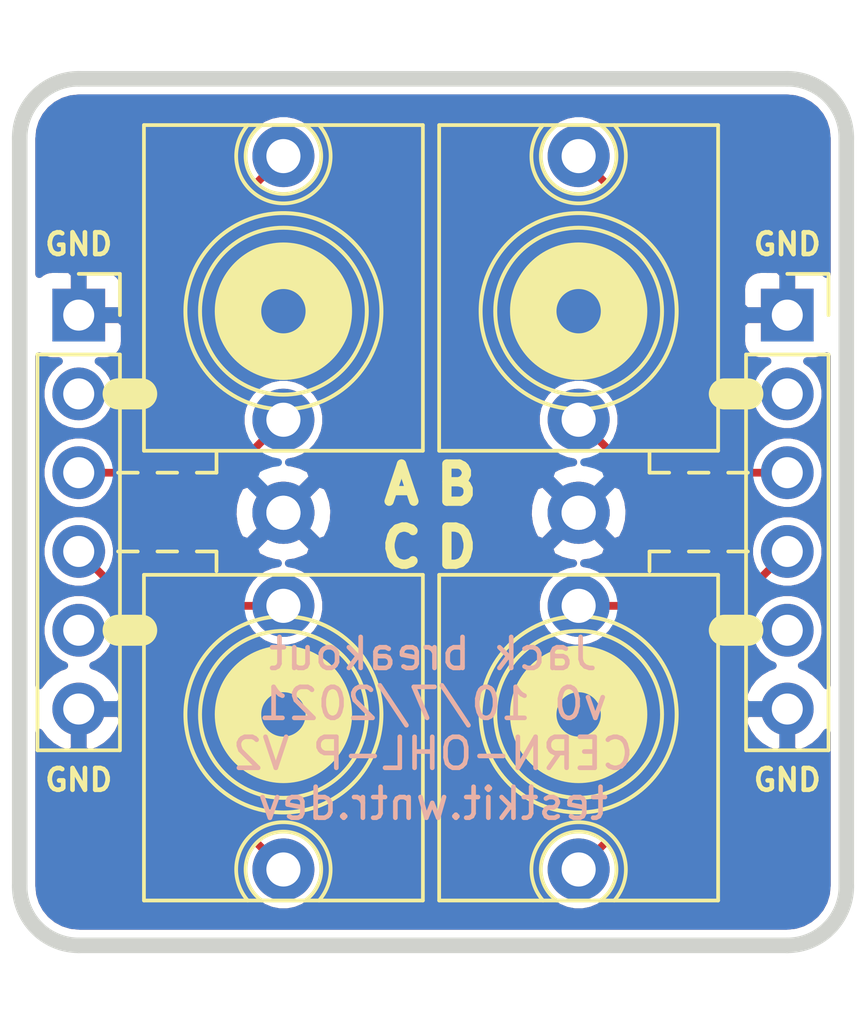
<source format=kicad_pcb>
(kicad_pcb (version 20171130) (host pcbnew "(5.1.10-1-10_14)")

  (general
    (thickness 1.6)
    (drawings 33)
    (tracks 24)
    (zones 0)
    (modules 6)
    (nets 10)
  )

  (page USLetter)
  (title_block
    (title "Project name")
    (date 2021-09-17)
    (rev v0)
    (company Winterbloom)
    (comment 1 "CERN OHL-P V2")
    (comment 2 project.wntr.dev)
  )

  (layers
    (0 F.Cu signal)
    (31 B.Cu signal)
    (34 B.Paste user)
    (35 F.Paste user)
    (36 B.SilkS user)
    (37 F.SilkS user)
    (38 B.Mask user)
    (39 F.Mask user)
    (40 Dwgs.User user)
    (41 Cmts.User user)
    (42 Eco1.User user)
    (43 Eco2.User user)
    (44 Edge.Cuts user)
    (45 Margin user)
    (46 B.CrtYd user)
    (47 F.CrtYd user)
    (48 B.Fab user)
    (49 F.Fab user hide)
  )

  (setup
    (last_trace_width 0.16)
    (user_trace_width 0.17)
    (user_trace_width 0.2)
    (user_trace_width 0.25)
    (user_trace_width 0.4)
    (user_trace_width 0.5)
    (trace_clearance 0.17)
    (zone_clearance 0.254)
    (zone_45_only no)
    (trace_min 0.15)
    (via_size 0.7)
    (via_drill 0.3)
    (via_min_size 0.5)
    (via_min_drill 0.3)
    (uvia_size 0.7)
    (uvia_drill 0.3)
    (uvias_allowed no)
    (uvia_min_size 0.5)
    (uvia_min_drill 0.3)
    (edge_width 0.5)
    (segment_width 0.2)
    (pcb_text_width 0.2)
    (pcb_text_size 1 1)
    (mod_edge_width 0.12)
    (mod_text_size 0.7 0.7)
    (mod_text_width 0.15)
    (pad_size 1.524 1.524)
    (pad_drill 0.762)
    (pad_to_mask_clearance 0.0508)
    (aux_axis_origin 0 0)
    (grid_origin 101.6 101.6)
    (visible_elements FFFFFF7F)
    (pcbplotparams
      (layerselection 0x010fc_ffffffff)
      (usegerberextensions false)
      (usegerberattributes false)
      (usegerberadvancedattributes true)
      (creategerberjobfile true)
      (excludeedgelayer true)
      (linewidth 0.100000)
      (plotframeref false)
      (viasonmask false)
      (mode 1)
      (useauxorigin false)
      (hpglpennumber 1)
      (hpglpenspeed 20)
      (hpglpendiameter 15.000000)
      (psnegative false)
      (psa4output false)
      (plotreference true)
      (plotvalue true)
      (plotinvisibletext false)
      (padsonsilk false)
      (subtractmaskfromsilk false)
      (outputformat 1)
      (mirror false)
      (drillshape 0)
      (scaleselection 1)
      (outputdirectory "gerbers"))
  )

  (net 0 "")
  (net 1 GND)
  (net 2 "Net-(J1-Pad5)")
  (net 3 "Net-(J1-Pad4)")
  (net 4 "Net-(J1-Pad3)")
  (net 5 "Net-(J1-Pad2)")
  (net 6 "Net-(J3-PadT)")
  (net 7 "Net-(J3-PadTN)")
  (net 8 "Net-(J5-PadT)")
  (net 9 "Net-(J5-PadTN)")

  (net_class Default "This is the default net class."
    (clearance 0.17)
    (trace_width 0.16)
    (via_dia 0.7)
    (via_drill 0.3)
    (uvia_dia 0.7)
    (uvia_drill 0.3)
    (diff_pair_width 0.17)
    (diff_pair_gap 0.17)
    (add_net GND)
    (add_net "Net-(J1-Pad2)")
    (add_net "Net-(J1-Pad3)")
    (add_net "Net-(J1-Pad4)")
    (add_net "Net-(J1-Pad5)")
    (add_net "Net-(J3-PadT)")
    (add_net "Net-(J3-PadTN)")
    (add_net "Net-(J5-PadT)")
    (add_net "Net-(J5-PadTN)")
  )

  (net_class 12V ""
    (clearance 0.3)
    (trace_width 0.4)
    (via_dia 0.8)
    (via_drill 0.5)
    (uvia_dia 0.7)
    (uvia_drill 0.3)
    (diff_pair_width 0.17)
    (diff_pair_gap 0.17)
  )

  (net_class 3.3V ""
    (clearance 0.2)
    (trace_width 0.25)
    (via_dia 0.7)
    (via_drill 0.3)
    (uvia_dia 0.7)
    (uvia_drill 0.3)
    (diff_pair_width 0.17)
    (diff_pair_gap 0.17)
  )

  (net_class "Absolute minimum" ""
    (clearance 0.15)
    (trace_width 0.15)
    (via_dia 0.7)
    (via_drill 0.3)
    (uvia_dia 0.7)
    (uvia_drill 0.3)
    (diff_pair_width 0.15)
    (diff_pair_gap 0.15)
  )

  (net_class Analog ""
    (clearance 0.2)
    (trace_width 0.2)
    (via_dia 0.7)
    (via_drill 0.3)
    (uvia_dia 0.7)
    (uvia_drill 0.3)
    (diff_pair_width 0.17)
    (diff_pair_gap 0.17)
  )

  (module Connector_PinSocket_2.54mm:PinSocket_1x06_P2.54mm_Vertical (layer F.Cu) (tedit 5A19A430) (tstamp 615F4D4B)
    (at 124.46 101.6)
    (descr "Through hole straight socket strip, 1x06, 2.54mm pitch, single row (from Kicad 4.0.7), script generated")
    (tags "Through hole socket strip THT 1x06 2.54mm single row")
    (path /615F645B)
    (fp_text reference J6 (at 0 -2.77) (layer F.SilkS) hide
      (effects (font (size 1 1) (thickness 0.15)))
    )
    (fp_text value Right (at 0 15.47) (layer F.Fab)
      (effects (font (size 1 1) (thickness 0.15)))
    )
    (fp_line (start -1.8 14.45) (end -1.8 -1.8) (layer F.CrtYd) (width 0.05))
    (fp_line (start 1.75 14.45) (end -1.8 14.45) (layer F.CrtYd) (width 0.05))
    (fp_line (start 1.75 -1.8) (end 1.75 14.45) (layer F.CrtYd) (width 0.05))
    (fp_line (start -1.8 -1.8) (end 1.75 -1.8) (layer F.CrtYd) (width 0.05))
    (fp_line (start 0 -1.33) (end 1.33 -1.33) (layer F.SilkS) (width 0.12))
    (fp_line (start 1.33 -1.33) (end 1.33 0) (layer F.SilkS) (width 0.12))
    (fp_line (start 1.33 1.27) (end 1.33 14.03) (layer F.SilkS) (width 0.12))
    (fp_line (start -1.33 14.03) (end 1.33 14.03) (layer F.SilkS) (width 0.12))
    (fp_line (start -1.33 1.27) (end -1.33 14.03) (layer F.SilkS) (width 0.12))
    (fp_line (start -1.33 1.27) (end 1.33 1.27) (layer F.SilkS) (width 0.12))
    (fp_line (start -1.27 13.97) (end -1.27 -1.27) (layer F.Fab) (width 0.1))
    (fp_line (start 1.27 13.97) (end -1.27 13.97) (layer F.Fab) (width 0.1))
    (fp_line (start 1.27 -0.635) (end 1.27 13.97) (layer F.Fab) (width 0.1))
    (fp_line (start 0.635 -1.27) (end 1.27 -0.635) (layer F.Fab) (width 0.1))
    (fp_line (start -1.27 -1.27) (end 0.635 -1.27) (layer F.Fab) (width 0.1))
    (fp_text user %R (at 0 6.35 90) (layer F.Fab)
      (effects (font (size 1 1) (thickness 0.15)))
    )
    (pad 6 thru_hole oval (at 0 12.7) (size 1.7 1.7) (drill 1) (layers *.Cu *.Mask)
      (net 1 GND))
    (pad 5 thru_hole oval (at 0 10.16) (size 1.7 1.7) (drill 1) (layers *.Cu *.Mask)
      (net 8 "Net-(J5-PadT)"))
    (pad 4 thru_hole oval (at 0 7.62) (size 1.7 1.7) (drill 1) (layers *.Cu *.Mask)
      (net 9 "Net-(J5-PadTN)"))
    (pad 3 thru_hole oval (at 0 5.08) (size 1.7 1.7) (drill 1) (layers *.Cu *.Mask)
      (net 7 "Net-(J3-PadTN)"))
    (pad 2 thru_hole oval (at 0 2.54) (size 1.7 1.7) (drill 1) (layers *.Cu *.Mask)
      (net 6 "Net-(J3-PadT)"))
    (pad 1 thru_hole rect (at 0 0) (size 1.7 1.7) (drill 1) (layers *.Cu *.Mask)
      (net 1 GND))
    (model ${KISYS3DMOD}/Connector_PinSocket_2.54mm.3dshapes/PinSocket_1x06_P2.54mm_Vertical.wrl
      (at (xyz 0 0 0))
      (scale (xyz 1 1 1))
      (rotate (xyz 0 0 0))
    )
  )

  (module winterbloom:WQP-WQP518MA (layer F.Cu) (tedit 60275083) (tstamp 615F4D31)
    (at 117.729 114.473 180)
    (path /615F1662)
    (fp_text reference J5 (at -4.46 3.9) (layer F.Fab) hide
      (effects (font (size 0.7 0.7) (thickness 0.15)) (justify right))
    )
    (fp_text value D (at 3.937 5.38 180) (layer F.SilkS)
      (effects (font (size 1.2 1.2) (thickness 0.3)))
    )
    (fp_circle (center 0 0) (end 0.715017 0) (layer F.SilkS) (width 1.5))
    (fp_line (start -4.5 4.5) (end -4.5 -6) (layer F.SilkS) (width 0.12))
    (fp_line (start 4.5 4.5) (end -4.5 4.5) (layer F.SilkS) (width 0.12))
    (fp_line (start 4.5 -6) (end 4.5 4.5) (layer F.SilkS) (width 0.12))
    (fp_line (start -4.5 -6) (end 4.5 -6) (layer F.SilkS) (width 0.12))
    (fp_line (start 0.2 1.4) (end 1.4 0.2) (layer Dwgs.User) (width 0.12))
    (fp_line (start -0.25 1.35) (end 1.35 -0.25) (layer Dwgs.User) (width 0.12))
    (fp_line (start -0.65 1.25) (end 1.2 -0.6) (layer Dwgs.User) (width 0.12))
    (fp_line (start -0.95 1.05) (end 1 -0.9) (layer Dwgs.User) (width 0.12))
    (fp_line (start -1.15 0.75) (end 0.75 -1.15) (layer Dwgs.User) (width 0.12))
    (fp_circle (center 0 0) (end 2.69072 0) (layer F.SilkS) (width 0.127))
    (fp_circle (center 0 0) (end 3.16228 0) (layer F.SilkS) (width 0.127))
    (fp_line (start 4.5 4.5) (end 4.5 -6) (layer F.CrtYd) (width 0.127))
    (fp_line (start 0.2 4.5) (end 4.5 4.5) (layer F.CrtYd) (width 0.127))
    (fp_line (start -4.5 4.5) (end 0.2 4.5) (layer F.CrtYd) (width 0.127))
    (fp_line (start -4.5 -6) (end -4.5 4.5) (layer F.CrtYd) (width 0.127))
    (fp_line (start 1.5 -6) (end 4.5 -6) (layer F.CrtYd) (width 0.127))
    (fp_line (start -1.5 -6) (end 1.5 -6) (layer F.CrtYd) (width 0.127))
    (fp_line (start -4.5 -6) (end -1.5 -6) (layer F.CrtYd) (width 0.127))
    (fp_circle (center 0 0) (end 1 1) (layer Dwgs.User) (width 0.12))
    (fp_line (start 0 -1.4) (end -1.4 0) (layer Dwgs.User) (width 0.12))
    (fp_line (start 0.4 -1.3) (end -1.3 0.4) (layer Dwgs.User) (width 0.12))
    (fp_arc (start 0 -5) (end -0.699999 -5.999999) (angle -290.0159596) (layer F.SilkS) (width 0.12))
    (fp_arc (start 0 -5) (end -1.149999 -5.999999) (angle -262.0181738) (layer F.SilkS) (width 0.12))
    (pad T thru_hole circle (at 0 -5 180) (size 2 2) (drill 1.1) (layers *.Cu *.Mask)
      (net 8 "Net-(J5-PadT)"))
    (pad TN thru_hole circle (at 0 3.5 180) (size 2 2) (drill 1.1) (layers *.Cu *.Mask)
      (net 9 "Net-(J5-PadTN)"))
    (pad S thru_hole circle (at 0 6.5 180) (size 2 2) (drill 1.1) (layers *.Cu *.Mask)
      (net 1 GND))
    (model ${WINTERBLOOM3DMOD}/WQP-WQP518MA.step
      (offset (xyz 0 0.75 0))
      (scale (xyz 1 1 1))
      (rotate (xyz 0 0 0))
    )
  )

  (module winterbloom:WQP-WQP518MA (layer F.Cu) (tedit 60275083) (tstamp 615F4D12)
    (at 108.204 114.473 180)
    (path /615F159F)
    (fp_text reference J4 (at -4.46 3.9) (layer F.Fab) hide
      (effects (font (size 0.7 0.7) (thickness 0.15)) (justify right))
    )
    (fp_text value C (at -3.81 5.38 180) (layer F.SilkS)
      (effects (font (size 1.2 1.2) (thickness 0.3)))
    )
    (fp_circle (center 0 0) (end 0.715017 0) (layer F.SilkS) (width 1.5))
    (fp_line (start -4.5 4.5) (end -4.5 -6) (layer F.SilkS) (width 0.12))
    (fp_line (start 4.5 4.5) (end -4.5 4.5) (layer F.SilkS) (width 0.12))
    (fp_line (start 4.5 -6) (end 4.5 4.5) (layer F.SilkS) (width 0.12))
    (fp_line (start -4.5 -6) (end 4.5 -6) (layer F.SilkS) (width 0.12))
    (fp_line (start 0.2 1.4) (end 1.4 0.2) (layer Dwgs.User) (width 0.12))
    (fp_line (start -0.25 1.35) (end 1.35 -0.25) (layer Dwgs.User) (width 0.12))
    (fp_line (start -0.65 1.25) (end 1.2 -0.6) (layer Dwgs.User) (width 0.12))
    (fp_line (start -0.95 1.05) (end 1 -0.9) (layer Dwgs.User) (width 0.12))
    (fp_line (start -1.15 0.75) (end 0.75 -1.15) (layer Dwgs.User) (width 0.12))
    (fp_circle (center 0 0) (end 2.69072 0) (layer F.SilkS) (width 0.127))
    (fp_circle (center 0 0) (end 3.16228 0) (layer F.SilkS) (width 0.127))
    (fp_line (start 4.5 4.5) (end 4.5 -6) (layer F.CrtYd) (width 0.127))
    (fp_line (start 0.2 4.5) (end 4.5 4.5) (layer F.CrtYd) (width 0.127))
    (fp_line (start -4.5 4.5) (end 0.2 4.5) (layer F.CrtYd) (width 0.127))
    (fp_line (start -4.5 -6) (end -4.5 4.5) (layer F.CrtYd) (width 0.127))
    (fp_line (start 1.5 -6) (end 4.5 -6) (layer F.CrtYd) (width 0.127))
    (fp_line (start -1.5 -6) (end 1.5 -6) (layer F.CrtYd) (width 0.127))
    (fp_line (start -4.5 -6) (end -1.5 -6) (layer F.CrtYd) (width 0.127))
    (fp_circle (center 0 0) (end 1 1) (layer Dwgs.User) (width 0.12))
    (fp_line (start 0 -1.4) (end -1.4 0) (layer Dwgs.User) (width 0.12))
    (fp_line (start 0.4 -1.3) (end -1.3 0.4) (layer Dwgs.User) (width 0.12))
    (fp_arc (start 0 -5) (end -0.699999 -5.999999) (angle -290.0159596) (layer F.SilkS) (width 0.12))
    (fp_arc (start 0 -5) (end -1.149999 -5.999999) (angle -262.0181738) (layer F.SilkS) (width 0.12))
    (pad T thru_hole circle (at 0 -5 180) (size 2 2) (drill 1.1) (layers *.Cu *.Mask)
      (net 2 "Net-(J1-Pad5)"))
    (pad TN thru_hole circle (at 0 3.5 180) (size 2 2) (drill 1.1) (layers *.Cu *.Mask)
      (net 3 "Net-(J1-Pad4)"))
    (pad S thru_hole circle (at 0 6.5 180) (size 2 2) (drill 1.1) (layers *.Cu *.Mask)
      (net 1 GND))
    (model ${WINTERBLOOM3DMOD}/WQP-WQP518MA.step
      (offset (xyz 0 0.75 0))
      (scale (xyz 1 1 1))
      (rotate (xyz 0 0 0))
    )
  )

  (module winterbloom:WQP-WQP518MA (layer F.Cu) (tedit 60275083) (tstamp 615F4CF3)
    (at 117.729 101.473)
    (path /615F14C4)
    (fp_text reference J3 (at -4.46 3.9) (layer F.Fab) hide
      (effects (font (size 0.7 0.7) (thickness 0.15)) (justify left))
    )
    (fp_text value B (at -3.937 5.588 180) (layer F.SilkS)
      (effects (font (size 1.2 1.2) (thickness 0.3)))
    )
    (fp_circle (center 0 0) (end 0.715017 0) (layer F.SilkS) (width 1.5))
    (fp_line (start -4.5 4.5) (end -4.5 -6) (layer F.SilkS) (width 0.12))
    (fp_line (start 4.5 4.5) (end -4.5 4.5) (layer F.SilkS) (width 0.12))
    (fp_line (start 4.5 -6) (end 4.5 4.5) (layer F.SilkS) (width 0.12))
    (fp_line (start -4.5 -6) (end 4.5 -6) (layer F.SilkS) (width 0.12))
    (fp_line (start 0.2 1.4) (end 1.4 0.2) (layer Dwgs.User) (width 0.12))
    (fp_line (start -0.25 1.35) (end 1.35 -0.25) (layer Dwgs.User) (width 0.12))
    (fp_line (start -0.65 1.25) (end 1.2 -0.6) (layer Dwgs.User) (width 0.12))
    (fp_line (start -0.95 1.05) (end 1 -0.9) (layer Dwgs.User) (width 0.12))
    (fp_line (start -1.15 0.75) (end 0.75 -1.15) (layer Dwgs.User) (width 0.12))
    (fp_circle (center 0 0) (end 2.69072 0) (layer F.SilkS) (width 0.127))
    (fp_circle (center 0 0) (end 3.16228 0) (layer F.SilkS) (width 0.127))
    (fp_line (start 4.5 4.5) (end 4.5 -6) (layer F.CrtYd) (width 0.127))
    (fp_line (start 0.2 4.5) (end 4.5 4.5) (layer F.CrtYd) (width 0.127))
    (fp_line (start -4.5 4.5) (end 0.2 4.5) (layer F.CrtYd) (width 0.127))
    (fp_line (start -4.5 -6) (end -4.5 4.5) (layer F.CrtYd) (width 0.127))
    (fp_line (start 1.5 -6) (end 4.5 -6) (layer F.CrtYd) (width 0.127))
    (fp_line (start -1.5 -6) (end 1.5 -6) (layer F.CrtYd) (width 0.127))
    (fp_line (start -4.5 -6) (end -1.5 -6) (layer F.CrtYd) (width 0.127))
    (fp_circle (center 0 0) (end 1 1) (layer Dwgs.User) (width 0.12))
    (fp_line (start 0 -1.4) (end -1.4 0) (layer Dwgs.User) (width 0.12))
    (fp_line (start 0.4 -1.3) (end -1.3 0.4) (layer Dwgs.User) (width 0.12))
    (fp_arc (start 0 -5) (end -0.699999 -5.999999) (angle -290.0159596) (layer F.SilkS) (width 0.12))
    (fp_arc (start 0 -5) (end -1.149999 -5.999999) (angle -262.0181738) (layer F.SilkS) (width 0.12))
    (pad T thru_hole circle (at 0 -5) (size 2 2) (drill 1.1) (layers *.Cu *.Mask)
      (net 6 "Net-(J3-PadT)"))
    (pad TN thru_hole circle (at 0 3.5) (size 2 2) (drill 1.1) (layers *.Cu *.Mask)
      (net 7 "Net-(J3-PadTN)"))
    (pad S thru_hole circle (at 0 6.5) (size 2 2) (drill 1.1) (layers *.Cu *.Mask)
      (net 1 GND))
    (model ${WINTERBLOOM3DMOD}/WQP-WQP518MA.step
      (offset (xyz 0 0.75 0))
      (scale (xyz 1 1 1))
      (rotate (xyz 0 0 0))
    )
  )

  (module winterbloom:WQP-WQP518MA (layer F.Cu) (tedit 60275083) (tstamp 615F5014)
    (at 108.204 101.473)
    (path /615EFEE4)
    (fp_text reference J2 (at -4.46 3.9) (layer F.Fab) hide
      (effects (font (size 0.7 0.7) (thickness 0.15)) (justify left))
    )
    (fp_text value A (at 3.81 5.588 180) (layer F.SilkS)
      (effects (font (size 1.2 1.2) (thickness 0.3)))
    )
    (fp_circle (center 0 0) (end 0.715017 0) (layer F.SilkS) (width 1.5))
    (fp_line (start -4.5 4.5) (end -4.5 -6) (layer F.SilkS) (width 0.12))
    (fp_line (start 4.5 4.5) (end -4.5 4.5) (layer F.SilkS) (width 0.12))
    (fp_line (start 4.5 -6) (end 4.5 4.5) (layer F.SilkS) (width 0.12))
    (fp_line (start -4.5 -6) (end 4.5 -6) (layer F.SilkS) (width 0.12))
    (fp_line (start 0.2 1.4) (end 1.4 0.2) (layer Dwgs.User) (width 0.12))
    (fp_line (start -0.25 1.35) (end 1.35 -0.25) (layer Dwgs.User) (width 0.12))
    (fp_line (start -0.65 1.25) (end 1.2 -0.6) (layer Dwgs.User) (width 0.12))
    (fp_line (start -0.95 1.05) (end 1 -0.9) (layer Dwgs.User) (width 0.12))
    (fp_line (start -1.15 0.75) (end 0.75 -1.15) (layer Dwgs.User) (width 0.12))
    (fp_circle (center 0 0) (end 2.69072 0) (layer F.SilkS) (width 0.127))
    (fp_circle (center 0 0) (end 3.16228 0) (layer F.SilkS) (width 0.127))
    (fp_line (start 4.5 4.5) (end 4.5 -6) (layer F.CrtYd) (width 0.127))
    (fp_line (start 0.2 4.5) (end 4.5 4.5) (layer F.CrtYd) (width 0.127))
    (fp_line (start -4.5 4.5) (end 0.2 4.5) (layer F.CrtYd) (width 0.127))
    (fp_line (start -4.5 -6) (end -4.5 4.5) (layer F.CrtYd) (width 0.127))
    (fp_line (start 1.5 -6) (end 4.5 -6) (layer F.CrtYd) (width 0.127))
    (fp_line (start -1.5 -6) (end 1.5 -6) (layer F.CrtYd) (width 0.127))
    (fp_line (start -4.5 -6) (end -1.5 -6) (layer F.CrtYd) (width 0.127))
    (fp_circle (center 0 0) (end 1 1) (layer Dwgs.User) (width 0.12))
    (fp_line (start 0 -1.4) (end -1.4 0) (layer Dwgs.User) (width 0.12))
    (fp_line (start 0.4 -1.3) (end -1.3 0.4) (layer Dwgs.User) (width 0.12))
    (fp_arc (start 0 -5) (end -0.699999 -5.999999) (angle -290.0159596) (layer F.SilkS) (width 0.12))
    (fp_arc (start 0 -5) (end -1.149999 -5.999999) (angle -262.0181738) (layer F.SilkS) (width 0.12))
    (pad T thru_hole circle (at 0 -5) (size 2 2) (drill 1.1) (layers *.Cu *.Mask)
      (net 5 "Net-(J1-Pad2)"))
    (pad TN thru_hole circle (at 0 3.5) (size 2 2) (drill 1.1) (layers *.Cu *.Mask)
      (net 4 "Net-(J1-Pad3)"))
    (pad S thru_hole circle (at 0 6.5) (size 2 2) (drill 1.1) (layers *.Cu *.Mask)
      (net 1 GND))
    (model ${WINTERBLOOM3DMOD}/WQP-WQP518MA.step
      (offset (xyz 0 0.75 0))
      (scale (xyz 1 1 1))
      (rotate (xyz 0 0 0))
    )
  )

  (module Connector_PinSocket_2.54mm:PinSocket_1x06_P2.54mm_Vertical (layer F.Cu) (tedit 5A19A430) (tstamp 615F4CB5)
    (at 101.6 101.6)
    (descr "Through hole straight socket strip, 1x06, 2.54mm pitch, single row (from Kicad 4.0.7), script generated")
    (tags "Through hole socket strip THT 1x06 2.54mm single row")
    (path /615F1FEC)
    (fp_text reference J1 (at 0 -2.77) (layer F.SilkS) hide
      (effects (font (size 1 1) (thickness 0.15)))
    )
    (fp_text value Left (at 0 15.47) (layer F.Fab)
      (effects (font (size 1 1) (thickness 0.15)))
    )
    (fp_line (start -1.8 14.45) (end -1.8 -1.8) (layer F.CrtYd) (width 0.05))
    (fp_line (start 1.75 14.45) (end -1.8 14.45) (layer F.CrtYd) (width 0.05))
    (fp_line (start 1.75 -1.8) (end 1.75 14.45) (layer F.CrtYd) (width 0.05))
    (fp_line (start -1.8 -1.8) (end 1.75 -1.8) (layer F.CrtYd) (width 0.05))
    (fp_line (start 0 -1.33) (end 1.33 -1.33) (layer F.SilkS) (width 0.12))
    (fp_line (start 1.33 -1.33) (end 1.33 0) (layer F.SilkS) (width 0.12))
    (fp_line (start 1.33 1.27) (end 1.33 14.03) (layer F.SilkS) (width 0.12))
    (fp_line (start -1.33 14.03) (end 1.33 14.03) (layer F.SilkS) (width 0.12))
    (fp_line (start -1.33 1.27) (end -1.33 14.03) (layer F.SilkS) (width 0.12))
    (fp_line (start -1.33 1.27) (end 1.33 1.27) (layer F.SilkS) (width 0.12))
    (fp_line (start -1.27 13.97) (end -1.27 -1.27) (layer F.Fab) (width 0.1))
    (fp_line (start 1.27 13.97) (end -1.27 13.97) (layer F.Fab) (width 0.1))
    (fp_line (start 1.27 -0.635) (end 1.27 13.97) (layer F.Fab) (width 0.1))
    (fp_line (start 0.635 -1.27) (end 1.27 -0.635) (layer F.Fab) (width 0.1))
    (fp_line (start -1.27 -1.27) (end 0.635 -1.27) (layer F.Fab) (width 0.1))
    (fp_text user %R (at 0 6.35 90) (layer F.Fab)
      (effects (font (size 1 1) (thickness 0.15)))
    )
    (pad 6 thru_hole oval (at 0 12.7) (size 1.7 1.7) (drill 1) (layers *.Cu *.Mask)
      (net 1 GND))
    (pad 5 thru_hole oval (at 0 10.16) (size 1.7 1.7) (drill 1) (layers *.Cu *.Mask)
      (net 2 "Net-(J1-Pad5)"))
    (pad 4 thru_hole oval (at 0 7.62) (size 1.7 1.7) (drill 1) (layers *.Cu *.Mask)
      (net 3 "Net-(J1-Pad4)"))
    (pad 3 thru_hole oval (at 0 5.08) (size 1.7 1.7) (drill 1) (layers *.Cu *.Mask)
      (net 4 "Net-(J1-Pad3)"))
    (pad 2 thru_hole oval (at 0 2.54) (size 1.7 1.7) (drill 1) (layers *.Cu *.Mask)
      (net 5 "Net-(J1-Pad2)"))
    (pad 1 thru_hole rect (at 0 0) (size 1.7 1.7) (drill 1) (layers *.Cu *.Mask)
      (net 1 GND))
    (model ${KISYS3DMOD}/Connector_PinSocket_2.54mm.3dshapes/PinSocket_1x06_P2.54mm_Vertical.wrl
      (at (xyz 0 0 0))
      (scale (xyz 1 1 1))
      (rotate (xyz 0 0 0))
    )
  )

  (gr_text "Jack breakout\nv0 10/7/2021\nCERN-OHL-P V2\ntestkit.wntr.dev" (at 113.03 114.935) (layer B.SilkS)
    (effects (font (size 1 1) (thickness 0.15)) (justify mirror))
  )
  (gr_line (start 120.015 109.22) (end 120.015 109.855) (layer F.SilkS) (width 0.12))
  (gr_line (start 120.65 109.22) (end 120.015 109.22) (layer F.SilkS) (width 0.12))
  (gr_line (start 121.92 109.22) (end 121.285 109.22) (layer F.SilkS) (width 0.12))
  (gr_line (start 123.19 109.22) (end 122.555 109.22) (layer F.SilkS) (width 0.12))
  (gr_line (start 120.015 106.68) (end 120.015 106.045) (layer F.SilkS) (width 0.12))
  (gr_line (start 120.65 106.68) (end 120.015 106.68) (layer F.SilkS) (width 0.12))
  (gr_line (start 121.92 106.68) (end 121.285 106.68) (layer F.SilkS) (width 0.12))
  (gr_line (start 123.19 106.68) (end 122.555 106.68) (layer F.SilkS) (width 0.12))
  (gr_line (start 106.045 106.68) (end 106.045 106.045) (layer F.SilkS) (width 0.12))
  (gr_line (start 105.41 106.68) (end 106.045 106.68) (layer F.SilkS) (width 0.12))
  (gr_line (start 104.14 106.68) (end 104.775 106.68) (layer F.SilkS) (width 0.12))
  (gr_line (start 102.87 106.68) (end 103.505 106.68) (layer F.SilkS) (width 0.12))
  (gr_line (start 106.045 109.22) (end 106.045 109.855) (layer F.SilkS) (width 0.12))
  (gr_line (start 105.41 109.22) (end 106.045 109.22) (layer F.SilkS) (width 0.12))
  (gr_line (start 104.14 109.22) (end 104.775 109.22) (layer F.SilkS) (width 0.12))
  (gr_line (start 102.87 109.22) (end 103.505 109.22) (layer F.SilkS) (width 0.12))
  (gr_line (start 122.428 104.14) (end 123.19 104.14) (layer F.SilkS) (width 1) (tstamp 615F6585))
  (gr_line (start 122.428 111.76) (end 123.19 111.76) (layer F.SilkS) (width 1) (tstamp 615F6584))
  (gr_line (start 102.87 111.76) (end 103.632 111.76) (layer F.SilkS) (width 1) (tstamp 615F6568))
  (gr_line (start 102.87 104.14) (end 103.632 104.14) (layer F.SilkS) (width 1))
  (gr_text GND (at 101.6 99.314) (layer F.SilkS) (tstamp 615F6513)
    (effects (font (size 0.7 0.7) (thickness 0.15)))
  )
  (gr_text GND (at 124.46 99.314) (layer F.SilkS) (tstamp 615F6512)
    (effects (font (size 0.7 0.7) (thickness 0.15)))
  )
  (gr_text GND (at 124.46 116.586) (layer F.SilkS) (tstamp 615F650F)
    (effects (font (size 0.7 0.7) (thickness 0.15)))
  )
  (gr_text GND (at 101.6 116.586) (layer F.SilkS) (tstamp 615F650C)
    (effects (font (size 0.7 0.7) (thickness 0.15)))
  )
  (gr_arc (start 101.6 120.015) (end 99.695 120.015) (angle -90) (layer Edge.Cuts) (width 0.5))
  (gr_arc (start 124.46 120.015) (end 124.46 121.92) (angle -90) (layer Edge.Cuts) (width 0.5))
  (gr_arc (start 124.46 95.885) (end 126.365 95.885) (angle -90) (layer Edge.Cuts) (width 0.5))
  (gr_arc (start 101.6 95.885) (end 101.6 93.98) (angle -90) (layer Edge.Cuts) (width 0.5))
  (gr_line (start 99.695 120.015) (end 99.695 95.885) (layer Edge.Cuts) (width 0.5) (tstamp 615F5B34))
  (gr_line (start 124.46 121.92) (end 101.6 121.92) (layer Edge.Cuts) (width 0.5))
  (gr_line (start 126.365 95.885) (end 126.365 120.015) (layer Edge.Cuts) (width 0.5))
  (gr_line (start 101.6 93.98) (end 124.46 93.98) (layer Edge.Cuts) (width 0.5))

  (segment (start 101.6 111.76) (end 104.0384 111.76) (width 0.25) (layer F.Cu) (net 2))
  (segment (start 104.0384 111.76) (end 105.41 113.1316) (width 0.25) (layer F.Cu) (net 2))
  (segment (start 105.41 116.679) (end 108.204 119.473) (width 0.25) (layer F.Cu) (net 2))
  (segment (start 105.41 113.1316) (end 105.41 116.679) (width 0.25) (layer F.Cu) (net 2))
  (segment (start 103.353 110.973) (end 101.6 109.22) (width 0.25) (layer F.Cu) (net 3))
  (segment (start 108.204 110.973) (end 103.353 110.973) (width 0.25) (layer F.Cu) (net 3))
  (segment (start 106.497 106.68) (end 108.204 104.973) (width 0.25) (layer F.Cu) (net 4))
  (segment (start 101.6 106.68) (end 106.497 106.68) (width 0.25) (layer F.Cu) (net 4))
  (segment (start 101.6 104.14) (end 104.013 104.14) (width 0.25) (layer F.Cu) (net 5))
  (segment (start 104.013 104.14) (end 105.664 102.489) (width 0.25) (layer F.Cu) (net 5))
  (segment (start 105.664 99.013) (end 108.204 96.473) (width 0.25) (layer F.Cu) (net 5))
  (segment (start 105.664 102.489) (end 105.664 99.013) (width 0.25) (layer F.Cu) (net 5))
  (segment (start 124.46 104.14) (end 123.063 104.14) (width 0.25) (layer F.Cu) (net 6))
  (segment (start 123.063 104.14) (end 121.158 102.235) (width 0.25) (layer F.Cu) (net 6))
  (segment (start 121.158 99.902) (end 117.729 96.473) (width 0.25) (layer F.Cu) (net 6))
  (segment (start 121.158 102.235) (end 121.158 99.902) (width 0.25) (layer F.Cu) (net 6))
  (segment (start 119.436 106.68) (end 117.729 104.973) (width 0.25) (layer F.Cu) (net 7))
  (segment (start 124.46 106.68) (end 119.436 106.68) (width 0.25) (layer F.Cu) (net 7))
  (segment (start 121.2596 111.76) (end 124.46 111.76) (width 0.25) (layer F.Cu) (net 8))
  (segment (start 120.0912 112.9284) (end 121.2596 111.76) (width 0.25) (layer F.Cu) (net 8))
  (segment (start 120.0912 117.1108) (end 120.0912 112.9284) (width 0.25) (layer F.Cu) (net 8))
  (segment (start 117.729 119.473) (end 120.0912 117.1108) (width 0.25) (layer F.Cu) (net 8))
  (segment (start 122.707 110.973) (end 124.46 109.22) (width 0.25) (layer F.Cu) (net 9))
  (segment (start 117.729 110.973) (end 122.707 110.973) (width 0.25) (layer F.Cu) (net 9))

  (zone (net 1) (net_name GND) (layer F.Cu) (tstamp 615F905D) (hatch edge 0.508)
    (connect_pads (clearance 0.254))
    (min_thickness 0.254)
    (fill yes (arc_segments 32) (thermal_gap 0.508) (thermal_bridge_width 0.508))
    (polygon
      (pts
        (xy 127 124.46) (xy 99.06 124.46) (xy 99.06 91.44) (xy 127 91.44)
      )
    )
    (filled_polygon
      (pts
        (xy 124.70687 94.638232) (xy 124.94433 94.709926) (xy 125.163344 94.826377) (xy 125.355571 94.983154) (xy 125.513686 95.174282)
        (xy 125.631665 95.392481) (xy 125.705015 95.629439) (xy 125.734 95.905206) (xy 125.734 100.276505) (xy 125.664494 100.219463)
        (xy 125.55418 100.160498) (xy 125.434482 100.124188) (xy 125.31 100.111928) (xy 124.74575 100.115) (xy 124.587 100.27375)
        (xy 124.587 101.473) (xy 124.607 101.473) (xy 124.607 101.727) (xy 124.587 101.727) (xy 124.587 101.747)
        (xy 124.333 101.747) (xy 124.333 101.727) (xy 123.13375 101.727) (xy 122.975 101.88575) (xy 122.971928 102.45)
        (xy 122.984188 102.574482) (xy 123.020498 102.69418) (xy 123.079463 102.804494) (xy 123.158815 102.901185) (xy 123.255506 102.980537)
        (xy 123.36582 103.039502) (xy 123.485518 103.075812) (xy 123.61 103.088072) (xy 123.820294 103.086927) (xy 123.675283 103.18382)
        (xy 123.50382 103.355283) (xy 123.369102 103.556903) (xy 123.337168 103.634) (xy 123.272592 103.634) (xy 121.664 102.025409)
        (xy 121.664 100.75) (xy 122.971928 100.75) (xy 122.975 101.31425) (xy 123.13375 101.473) (xy 124.333 101.473)
        (xy 124.333 100.27375) (xy 124.17425 100.115) (xy 123.61 100.111928) (xy 123.485518 100.124188) (xy 123.36582 100.160498)
        (xy 123.255506 100.219463) (xy 123.158815 100.298815) (xy 123.079463 100.395506) (xy 123.020498 100.50582) (xy 122.984188 100.625518)
        (xy 122.971928 100.75) (xy 121.664 100.75) (xy 121.664 99.926845) (xy 121.666447 99.901999) (xy 121.664 99.877153)
        (xy 121.664 99.877146) (xy 121.656678 99.802807) (xy 121.627745 99.707425) (xy 121.580759 99.619521) (xy 121.517527 99.542473)
        (xy 121.49822 99.526628) (xy 118.995563 97.023972) (xy 119.056929 96.875823) (xy 119.11 96.609017) (xy 119.11 96.336983)
        (xy 119.056929 96.070177) (xy 118.952826 95.818851) (xy 118.801693 95.592664) (xy 118.609336 95.400307) (xy 118.383149 95.249174)
        (xy 118.131823 95.145071) (xy 117.865017 95.092) (xy 117.592983 95.092) (xy 117.326177 95.145071) (xy 117.074851 95.249174)
        (xy 116.848664 95.400307) (xy 116.656307 95.592664) (xy 116.505174 95.818851) (xy 116.401071 96.070177) (xy 116.348 96.336983)
        (xy 116.348 96.609017) (xy 116.401071 96.875823) (xy 116.505174 97.127149) (xy 116.656307 97.353336) (xy 116.848664 97.545693)
        (xy 117.074851 97.696826) (xy 117.326177 97.800929) (xy 117.592983 97.854) (xy 117.865017 97.854) (xy 118.131823 97.800929)
        (xy 118.279972 97.739563) (xy 120.652001 100.111593) (xy 120.652 102.210154) (xy 120.649553 102.235) (xy 120.652 102.259846)
        (xy 120.652 102.259853) (xy 120.659322 102.334192) (xy 120.688255 102.429574) (xy 120.735241 102.517479) (xy 120.798473 102.594527)
        (xy 120.817785 102.610376) (xy 122.687628 104.48022) (xy 122.703473 104.499527) (xy 122.780521 104.562759) (xy 122.84576 104.59763)
        (xy 122.868425 104.609745) (xy 122.963807 104.638678) (xy 123.063 104.648448) (xy 123.087854 104.646) (xy 123.337168 104.646)
        (xy 123.369102 104.723097) (xy 123.50382 104.924717) (xy 123.675283 105.09618) (xy 123.876903 105.230898) (xy 124.100931 105.323693)
        (xy 124.338757 105.371) (xy 124.581243 105.371) (xy 124.819069 105.323693) (xy 125.043097 105.230898) (xy 125.244717 105.09618)
        (xy 125.41618 104.924717) (xy 125.550898 104.723097) (xy 125.643693 104.499069) (xy 125.691 104.261243) (xy 125.691 104.018757)
        (xy 125.643693 103.780931) (xy 125.550898 103.556903) (xy 125.41618 103.355283) (xy 125.244717 103.18382) (xy 125.099706 103.086927)
        (xy 125.31 103.088072) (xy 125.434482 103.075812) (xy 125.55418 103.039502) (xy 125.664494 102.980537) (xy 125.734 102.923495)
        (xy 125.734001 113.538033) (xy 125.731641 113.53308) (xy 125.557588 113.299731) (xy 125.341355 113.104822) (xy 125.091252 112.955843)
        (xy 124.928832 112.898228) (xy 125.043097 112.850898) (xy 125.244717 112.71618) (xy 125.41618 112.544717) (xy 125.550898 112.343097)
        (xy 125.643693 112.119069) (xy 125.691 111.881243) (xy 125.691 111.638757) (xy 125.643693 111.400931) (xy 125.550898 111.176903)
        (xy 125.41618 110.975283) (xy 125.244717 110.80382) (xy 125.043097 110.669102) (xy 124.819069 110.576307) (xy 124.581243 110.529)
        (xy 124.338757 110.529) (xy 124.100931 110.576307) (xy 123.876903 110.669102) (xy 123.675283 110.80382) (xy 123.50382 110.975283)
        (xy 123.369102 111.176903) (xy 123.337168 111.254) (xy 123.141591 111.254) (xy 124.023833 110.371758) (xy 124.100931 110.403693)
        (xy 124.338757 110.451) (xy 124.581243 110.451) (xy 124.819069 110.403693) (xy 125.043097 110.310898) (xy 125.244717 110.17618)
        (xy 125.41618 110.004717) (xy 125.550898 109.803097) (xy 125.643693 109.579069) (xy 125.691 109.341243) (xy 125.691 109.098757)
        (xy 125.643693 108.860931) (xy 125.550898 108.636903) (xy 125.41618 108.435283) (xy 125.244717 108.26382) (xy 125.043097 108.129102)
        (xy 124.819069 108.036307) (xy 124.581243 107.989) (xy 124.338757 107.989) (xy 124.100931 108.036307) (xy 123.876903 108.129102)
        (xy 123.675283 108.26382) (xy 123.50382 108.435283) (xy 123.369102 108.636903) (xy 123.276307 108.860931) (xy 123.229 109.098757)
        (xy 123.229 109.341243) (xy 123.276307 109.579069) (xy 123.308242 109.656167) (xy 122.497409 110.467) (xy 119.014192 110.467)
        (xy 118.952826 110.318851) (xy 118.801693 110.092664) (xy 118.609336 109.900307) (xy 118.383149 109.749174) (xy 118.131823 109.645071)
        (xy 117.902658 109.599487) (xy 118.110675 109.570961) (xy 118.415088 109.465795) (xy 118.589044 109.372814) (xy 118.684808 109.108413)
        (xy 117.729 108.152605) (xy 116.773192 109.108413) (xy 116.868956 109.372814) (xy 117.158571 109.513704) (xy 117.470108 109.595384)
        (xy 117.551394 109.600273) (xy 117.326177 109.645071) (xy 117.074851 109.749174) (xy 116.848664 109.900307) (xy 116.656307 110.092664)
        (xy 116.505174 110.318851) (xy 116.401071 110.570177) (xy 116.348 110.836983) (xy 116.348 111.109017) (xy 116.401071 111.375823)
        (xy 116.505174 111.627149) (xy 116.656307 111.853336) (xy 116.848664 112.045693) (xy 117.074851 112.196826) (xy 117.326177 112.300929)
        (xy 117.592983 112.354) (xy 117.865017 112.354) (xy 118.131823 112.300929) (xy 118.383149 112.196826) (xy 118.609336 112.045693)
        (xy 118.801693 111.853336) (xy 118.952826 111.627149) (xy 119.014192 111.479) (xy 120.825008 111.479) (xy 119.75098 112.553029)
        (xy 119.731674 112.568873) (xy 119.668442 112.645921) (xy 119.659925 112.661855) (xy 119.621455 112.733826) (xy 119.592522 112.829208)
        (xy 119.582753 112.9284) (xy 119.585201 112.953256) (xy 119.5852 116.901208) (xy 118.279972 118.206437) (xy 118.131823 118.145071)
        (xy 117.865017 118.092) (xy 117.592983 118.092) (xy 117.326177 118.145071) (xy 117.074851 118.249174) (xy 116.848664 118.400307)
        (xy 116.656307 118.592664) (xy 116.505174 118.818851) (xy 116.401071 119.070177) (xy 116.348 119.336983) (xy 116.348 119.609017)
        (xy 116.401071 119.875823) (xy 116.505174 120.127149) (xy 116.656307 120.353336) (xy 116.848664 120.545693) (xy 117.074851 120.696826)
        (xy 117.326177 120.800929) (xy 117.592983 120.854) (xy 117.865017 120.854) (xy 118.131823 120.800929) (xy 118.383149 120.696826)
        (xy 118.609336 120.545693) (xy 118.801693 120.353336) (xy 118.952826 120.127149) (xy 119.056929 119.875823) (xy 119.11 119.609017)
        (xy 119.11 119.336983) (xy 119.056929 119.070177) (xy 118.995563 118.922028) (xy 120.43142 117.486172) (xy 120.450727 117.470327)
        (xy 120.513959 117.393279) (xy 120.560945 117.305375) (xy 120.589878 117.209993) (xy 120.5972 117.135654) (xy 120.5972 117.135647)
        (xy 120.599647 117.110801) (xy 120.5972 117.085955) (xy 120.5972 114.65689) (xy 123.018524 114.65689) (xy 123.063175 114.804099)
        (xy 123.188359 115.06692) (xy 123.362412 115.300269) (xy 123.578645 115.495178) (xy 123.828748 115.644157) (xy 124.103109 115.741481)
        (xy 124.333 115.620814) (xy 124.333 114.427) (xy 123.139845 114.427) (xy 123.018524 114.65689) (xy 120.5972 114.65689)
        (xy 120.5972 113.137991) (xy 121.469192 112.266) (xy 123.337168 112.266) (xy 123.369102 112.343097) (xy 123.50382 112.544717)
        (xy 123.675283 112.71618) (xy 123.876903 112.850898) (xy 123.991168 112.898228) (xy 123.828748 112.955843) (xy 123.578645 113.104822)
        (xy 123.362412 113.299731) (xy 123.188359 113.53308) (xy 123.063175 113.795901) (xy 123.018524 113.94311) (xy 123.139845 114.173)
        (xy 124.333 114.173) (xy 124.333 114.153) (xy 124.587 114.153) (xy 124.587 114.173) (xy 124.607 114.173)
        (xy 124.607 114.427) (xy 124.587 114.427) (xy 124.587 115.620814) (xy 124.816891 115.741481) (xy 125.091252 115.644157)
        (xy 125.341355 115.495178) (xy 125.557588 115.300269) (xy 125.731641 115.06692) (xy 125.734001 115.061967) (xy 125.734001 119.984125)
        (xy 125.706768 120.261871) (xy 125.635075 120.49933) (xy 125.518621 120.718347) (xy 125.361844 120.910573) (xy 125.170719 121.068685)
        (xy 124.95252 121.186665) (xy 124.715565 121.260015) (xy 124.439794 121.289) (xy 101.630865 121.289) (xy 101.353129 121.261768)
        (xy 101.11567 121.190075) (xy 100.896653 121.073621) (xy 100.704427 120.916844) (xy 100.546315 120.725719) (xy 100.428335 120.50752)
        (xy 100.354985 120.270565) (xy 100.326 119.994794) (xy 100.326 115.061967) (xy 100.328359 115.06692) (xy 100.502412 115.300269)
        (xy 100.718645 115.495178) (xy 100.968748 115.644157) (xy 101.243109 115.741481) (xy 101.473 115.620814) (xy 101.473 114.427)
        (xy 101.727 114.427) (xy 101.727 115.620814) (xy 101.956891 115.741481) (xy 102.231252 115.644157) (xy 102.481355 115.495178)
        (xy 102.697588 115.300269) (xy 102.871641 115.06692) (xy 102.996825 114.804099) (xy 103.041476 114.65689) (xy 102.920155 114.427)
        (xy 101.727 114.427) (xy 101.473 114.427) (xy 101.453 114.427) (xy 101.453 114.173) (xy 101.473 114.173)
        (xy 101.473 114.153) (xy 101.727 114.153) (xy 101.727 114.173) (xy 102.920155 114.173) (xy 103.041476 113.94311)
        (xy 102.996825 113.795901) (xy 102.871641 113.53308) (xy 102.697588 113.299731) (xy 102.481355 113.104822) (xy 102.231252 112.955843)
        (xy 102.068832 112.898228) (xy 102.183097 112.850898) (xy 102.384717 112.71618) (xy 102.55618 112.544717) (xy 102.690898 112.343097)
        (xy 102.722832 112.266) (xy 103.828809 112.266) (xy 104.904 113.341192) (xy 104.904001 116.654144) (xy 104.901553 116.679)
        (xy 104.911322 116.778192) (xy 104.940255 116.873574) (xy 104.940256 116.873575) (xy 104.987242 116.961479) (xy 105.050474 117.038527)
        (xy 105.069781 117.054372) (xy 106.937436 118.922028) (xy 106.876071 119.070177) (xy 106.823 119.336983) (xy 106.823 119.609017)
        (xy 106.876071 119.875823) (xy 106.980174 120.127149) (xy 107.131307 120.353336) (xy 107.323664 120.545693) (xy 107.549851 120.696826)
        (xy 107.801177 120.800929) (xy 108.067983 120.854) (xy 108.340017 120.854) (xy 108.606823 120.800929) (xy 108.858149 120.696826)
        (xy 109.084336 120.545693) (xy 109.276693 120.353336) (xy 109.427826 120.127149) (xy 109.531929 119.875823) (xy 109.585 119.609017)
        (xy 109.585 119.336983) (xy 109.531929 119.070177) (xy 109.427826 118.818851) (xy 109.276693 118.592664) (xy 109.084336 118.400307)
        (xy 108.858149 118.249174) (xy 108.606823 118.145071) (xy 108.340017 118.092) (xy 108.067983 118.092) (xy 107.801177 118.145071)
        (xy 107.653028 118.206436) (xy 105.916 116.469409) (xy 105.916 113.156445) (xy 105.918447 113.131599) (xy 105.916 113.106753)
        (xy 105.916 113.106746) (xy 105.908678 113.032407) (xy 105.907218 113.027592) (xy 105.901944 113.010207) (xy 105.879745 112.937025)
        (xy 105.832759 112.849121) (xy 105.769527 112.772073) (xy 105.75022 112.756228) (xy 104.472991 111.479) (xy 106.918808 111.479)
        (xy 106.980174 111.627149) (xy 107.131307 111.853336) (xy 107.323664 112.045693) (xy 107.549851 112.196826) (xy 107.801177 112.300929)
        (xy 108.067983 112.354) (xy 108.340017 112.354) (xy 108.606823 112.300929) (xy 108.858149 112.196826) (xy 109.084336 112.045693)
        (xy 109.276693 111.853336) (xy 109.427826 111.627149) (xy 109.531929 111.375823) (xy 109.585 111.109017) (xy 109.585 110.836983)
        (xy 109.531929 110.570177) (xy 109.427826 110.318851) (xy 109.276693 110.092664) (xy 109.084336 109.900307) (xy 108.858149 109.749174)
        (xy 108.606823 109.645071) (xy 108.377658 109.599487) (xy 108.585675 109.570961) (xy 108.890088 109.465795) (xy 109.064044 109.372814)
        (xy 109.159808 109.108413) (xy 108.204 108.152605) (xy 107.248192 109.108413) (xy 107.343956 109.372814) (xy 107.633571 109.513704)
        (xy 107.945108 109.595384) (xy 108.026394 109.600273) (xy 107.801177 109.645071) (xy 107.549851 109.749174) (xy 107.323664 109.900307)
        (xy 107.131307 110.092664) (xy 106.980174 110.318851) (xy 106.918808 110.467) (xy 103.562592 110.467) (xy 102.751758 109.656167)
        (xy 102.783693 109.579069) (xy 102.831 109.341243) (xy 102.831 109.098757) (xy 102.783693 108.860931) (xy 102.690898 108.636903)
        (xy 102.55618 108.435283) (xy 102.384717 108.26382) (xy 102.183097 108.129102) (xy 101.959069 108.036307) (xy 101.721243 107.989)
        (xy 101.478757 107.989) (xy 101.240931 108.036307) (xy 101.016903 108.129102) (xy 100.815283 108.26382) (xy 100.64382 108.435283)
        (xy 100.509102 108.636903) (xy 100.416307 108.860931) (xy 100.369 109.098757) (xy 100.369 109.341243) (xy 100.416307 109.579069)
        (xy 100.509102 109.803097) (xy 100.64382 110.004717) (xy 100.815283 110.17618) (xy 101.016903 110.310898) (xy 101.240931 110.403693)
        (xy 101.478757 110.451) (xy 101.721243 110.451) (xy 101.959069 110.403693) (xy 102.036167 110.371758) (xy 102.918408 111.254)
        (xy 102.722832 111.254) (xy 102.690898 111.176903) (xy 102.55618 110.975283) (xy 102.384717 110.80382) (xy 102.183097 110.669102)
        (xy 101.959069 110.576307) (xy 101.721243 110.529) (xy 101.478757 110.529) (xy 101.240931 110.576307) (xy 101.016903 110.669102)
        (xy 100.815283 110.80382) (xy 100.64382 110.975283) (xy 100.509102 111.176903) (xy 100.416307 111.400931) (xy 100.369 111.638757)
        (xy 100.369 111.881243) (xy 100.416307 112.119069) (xy 100.509102 112.343097) (xy 100.64382 112.544717) (xy 100.815283 112.71618)
        (xy 101.016903 112.850898) (xy 101.131168 112.898228) (xy 100.968748 112.955843) (xy 100.718645 113.104822) (xy 100.502412 113.299731)
        (xy 100.328359 113.53308) (xy 100.326 113.538033) (xy 100.326 106.558757) (xy 100.369 106.558757) (xy 100.369 106.801243)
        (xy 100.416307 107.039069) (xy 100.509102 107.263097) (xy 100.64382 107.464717) (xy 100.815283 107.63618) (xy 101.016903 107.770898)
        (xy 101.240931 107.863693) (xy 101.478757 107.911) (xy 101.721243 107.911) (xy 101.959069 107.863693) (xy 102.183097 107.770898)
        (xy 102.384717 107.63618) (xy 102.55618 107.464717) (xy 102.690898 107.263097) (xy 102.722832 107.186) (xy 106.472154 107.186)
        (xy 106.497 107.188447) (xy 106.521846 107.186) (xy 106.521854 107.186) (xy 106.596193 107.178678) (xy 106.691575 107.149745)
        (xy 106.779479 107.102759) (xy 106.856527 107.039527) (xy 106.872376 107.020215) (xy 106.971992 106.9206) (xy 107.068585 107.017193)
        (xy 106.804186 107.112956) (xy 106.663296 107.402571) (xy 106.581616 107.714108) (xy 106.562282 108.035595) (xy 106.606039 108.354675)
        (xy 106.711205 108.659088) (xy 106.804186 108.833044) (xy 107.068587 108.928808) (xy 108.024395 107.973) (xy 108.383605 107.973)
        (xy 109.339413 108.928808) (xy 109.603814 108.833044) (xy 109.744704 108.543429) (xy 109.826384 108.231892) (xy 109.838189 108.035595)
        (xy 116.087282 108.035595) (xy 116.131039 108.354675) (xy 116.236205 108.659088) (xy 116.329186 108.833044) (xy 116.593587 108.928808)
        (xy 117.549395 107.973) (xy 116.593587 107.017192) (xy 116.329186 107.112956) (xy 116.188296 107.402571) (xy 116.106616 107.714108)
        (xy 116.087282 108.035595) (xy 109.838189 108.035595) (xy 109.845718 107.910405) (xy 109.801961 107.591325) (xy 109.696795 107.286912)
        (xy 109.603814 107.112956) (xy 109.339413 107.017192) (xy 108.383605 107.973) (xy 108.024395 107.973) (xy 108.010253 107.958858)
        (xy 108.189858 107.779253) (xy 108.204 107.793395) (xy 109.159808 106.837587) (xy 109.064044 106.573186) (xy 108.774429 106.432296)
        (xy 108.462892 106.350616) (xy 108.381606 106.345727) (xy 108.606823 106.300929) (xy 108.858149 106.196826) (xy 109.084336 106.045693)
        (xy 109.276693 105.853336) (xy 109.427826 105.627149) (xy 109.531929 105.375823) (xy 109.585 105.109017) (xy 109.585 104.836983)
        (xy 116.348 104.836983) (xy 116.348 105.109017) (xy 116.401071 105.375823) (xy 116.505174 105.627149) (xy 116.656307 105.853336)
        (xy 116.848664 106.045693) (xy 117.074851 106.196826) (xy 117.326177 106.300929) (xy 117.555342 106.346513) (xy 117.347325 106.375039)
        (xy 117.042912 106.480205) (xy 116.868956 106.573186) (xy 116.773192 106.837587) (xy 117.729 107.793395) (xy 117.743143 107.779253)
        (xy 117.922748 107.958858) (xy 117.908605 107.973) (xy 118.864413 108.928808) (xy 119.128814 108.833044) (xy 119.269704 108.543429)
        (xy 119.351384 108.231892) (xy 119.370718 107.910405) (xy 119.326961 107.591325) (xy 119.221795 107.286912) (xy 119.128814 107.112956)
        (xy 118.864415 107.017193) (xy 118.961008 106.9206) (xy 119.060628 107.02022) (xy 119.076473 107.039527) (xy 119.153521 107.102759)
        (xy 119.241425 107.149745) (xy 119.336807 107.178678) (xy 119.436 107.188448) (xy 119.460854 107.186) (xy 123.337168 107.186)
        (xy 123.369102 107.263097) (xy 123.50382 107.464717) (xy 123.675283 107.63618) (xy 123.876903 107.770898) (xy 124.100931 107.863693)
        (xy 124.338757 107.911) (xy 124.581243 107.911) (xy 124.819069 107.863693) (xy 125.043097 107.770898) (xy 125.244717 107.63618)
        (xy 125.41618 107.464717) (xy 125.550898 107.263097) (xy 125.643693 107.039069) (xy 125.691 106.801243) (xy 125.691 106.558757)
        (xy 125.643693 106.320931) (xy 125.550898 106.096903) (xy 125.41618 105.895283) (xy 125.244717 105.72382) (xy 125.043097 105.589102)
        (xy 124.819069 105.496307) (xy 124.581243 105.449) (xy 124.338757 105.449) (xy 124.100931 105.496307) (xy 123.876903 105.589102)
        (xy 123.675283 105.72382) (xy 123.50382 105.895283) (xy 123.369102 106.096903) (xy 123.337168 106.174) (xy 119.645592 106.174)
        (xy 118.995563 105.523972) (xy 119.056929 105.375823) (xy 119.11 105.109017) (xy 119.11 104.836983) (xy 119.056929 104.570177)
        (xy 118.952826 104.318851) (xy 118.801693 104.092664) (xy 118.609336 103.900307) (xy 118.383149 103.749174) (xy 118.131823 103.645071)
        (xy 117.865017 103.592) (xy 117.592983 103.592) (xy 117.326177 103.645071) (xy 117.074851 103.749174) (xy 116.848664 103.900307)
        (xy 116.656307 104.092664) (xy 116.505174 104.318851) (xy 116.401071 104.570177) (xy 116.348 104.836983) (xy 109.585 104.836983)
        (xy 109.531929 104.570177) (xy 109.427826 104.318851) (xy 109.276693 104.092664) (xy 109.084336 103.900307) (xy 108.858149 103.749174)
        (xy 108.606823 103.645071) (xy 108.340017 103.592) (xy 108.067983 103.592) (xy 107.801177 103.645071) (xy 107.549851 103.749174)
        (xy 107.323664 103.900307) (xy 107.131307 104.092664) (xy 106.980174 104.318851) (xy 106.876071 104.570177) (xy 106.823 104.836983)
        (xy 106.823 105.109017) (xy 106.876071 105.375823) (xy 106.937437 105.523972) (xy 106.287409 106.174) (xy 102.722832 106.174)
        (xy 102.690898 106.096903) (xy 102.55618 105.895283) (xy 102.384717 105.72382) (xy 102.183097 105.589102) (xy 101.959069 105.496307)
        (xy 101.721243 105.449) (xy 101.478757 105.449) (xy 101.240931 105.496307) (xy 101.016903 105.589102) (xy 100.815283 105.72382)
        (xy 100.64382 105.895283) (xy 100.509102 106.096903) (xy 100.416307 106.320931) (xy 100.369 106.558757) (xy 100.326 106.558757)
        (xy 100.326 102.923495) (xy 100.395506 102.980537) (xy 100.50582 103.039502) (xy 100.625518 103.075812) (xy 100.75 103.088072)
        (xy 100.960294 103.086927) (xy 100.815283 103.18382) (xy 100.64382 103.355283) (xy 100.509102 103.556903) (xy 100.416307 103.780931)
        (xy 100.369 104.018757) (xy 100.369 104.261243) (xy 100.416307 104.499069) (xy 100.509102 104.723097) (xy 100.64382 104.924717)
        (xy 100.815283 105.09618) (xy 101.016903 105.230898) (xy 101.240931 105.323693) (xy 101.478757 105.371) (xy 101.721243 105.371)
        (xy 101.959069 105.323693) (xy 102.183097 105.230898) (xy 102.384717 105.09618) (xy 102.55618 104.924717) (xy 102.690898 104.723097)
        (xy 102.722832 104.646) (xy 103.988154 104.646) (xy 104.013 104.648447) (xy 104.037846 104.646) (xy 104.037854 104.646)
        (xy 104.112193 104.638678) (xy 104.207575 104.609745) (xy 104.295479 104.562759) (xy 104.372527 104.499527) (xy 104.388376 104.480215)
        (xy 106.00422 102.864372) (xy 106.023527 102.848527) (xy 106.086759 102.771479) (xy 106.133745 102.683575) (xy 106.162678 102.588193)
        (xy 106.17 102.513854) (xy 106.17 102.513853) (xy 106.172448 102.489) (xy 106.17 102.464146) (xy 106.17 99.222591)
        (xy 107.653028 97.739564) (xy 107.801177 97.800929) (xy 108.067983 97.854) (xy 108.340017 97.854) (xy 108.606823 97.800929)
        (xy 108.858149 97.696826) (xy 109.084336 97.545693) (xy 109.276693 97.353336) (xy 109.427826 97.127149) (xy 109.531929 96.875823)
        (xy 109.585 96.609017) (xy 109.585 96.336983) (xy 109.531929 96.070177) (xy 109.427826 95.818851) (xy 109.276693 95.592664)
        (xy 109.084336 95.400307) (xy 108.858149 95.249174) (xy 108.606823 95.145071) (xy 108.340017 95.092) (xy 108.067983 95.092)
        (xy 107.801177 95.145071) (xy 107.549851 95.249174) (xy 107.323664 95.400307) (xy 107.131307 95.592664) (xy 106.980174 95.818851)
        (xy 106.876071 96.070177) (xy 106.823 96.336983) (xy 106.823 96.609017) (xy 106.876071 96.875823) (xy 106.937436 97.023972)
        (xy 105.323781 98.637628) (xy 105.304474 98.653473) (xy 105.241242 98.730521) (xy 105.216127 98.777508) (xy 105.194255 98.818426)
        (xy 105.165322 98.913808) (xy 105.155553 99.013) (xy 105.158001 99.037856) (xy 105.158 102.279408) (xy 103.803409 103.634)
        (xy 102.722832 103.634) (xy 102.690898 103.556903) (xy 102.55618 103.355283) (xy 102.384717 103.18382) (xy 102.239706 103.086927)
        (xy 102.45 103.088072) (xy 102.574482 103.075812) (xy 102.69418 103.039502) (xy 102.804494 102.980537) (xy 102.901185 102.901185)
        (xy 102.980537 102.804494) (xy 103.039502 102.69418) (xy 103.075812 102.574482) (xy 103.088072 102.45) (xy 103.085 101.88575)
        (xy 102.92625 101.727) (xy 101.727 101.727) (xy 101.727 101.747) (xy 101.473 101.747) (xy 101.473 101.727)
        (xy 101.453 101.727) (xy 101.453 101.473) (xy 101.473 101.473) (xy 101.473 100.27375) (xy 101.727 100.27375)
        (xy 101.727 101.473) (xy 102.92625 101.473) (xy 103.085 101.31425) (xy 103.088072 100.75) (xy 103.075812 100.625518)
        (xy 103.039502 100.50582) (xy 102.980537 100.395506) (xy 102.901185 100.298815) (xy 102.804494 100.219463) (xy 102.69418 100.160498)
        (xy 102.574482 100.124188) (xy 102.45 100.111928) (xy 101.88575 100.115) (xy 101.727 100.27375) (xy 101.473 100.27375)
        (xy 101.31425 100.115) (xy 100.75 100.111928) (xy 100.625518 100.124188) (xy 100.50582 100.160498) (xy 100.395506 100.219463)
        (xy 100.326 100.276505) (xy 100.326 95.915865) (xy 100.353232 95.63813) (xy 100.424926 95.40067) (xy 100.541377 95.181656)
        (xy 100.698154 94.989429) (xy 100.889282 94.831314) (xy 101.107481 94.713335) (xy 101.344439 94.639985) (xy 101.620206 94.611)
        (xy 124.429135 94.611)
      )
    )
  )
  (zone (net 1) (net_name GND) (layer B.Cu) (tstamp 615F905A) (hatch edge 0.508)
    (connect_pads (clearance 0.254))
    (min_thickness 0.254)
    (fill yes (arc_segments 32) (thermal_gap 0.508) (thermal_bridge_width 0.508))
    (polygon
      (pts
        (xy 127 124.46) (xy 99.06 124.46) (xy 99.06 91.44) (xy 127 91.44)
      )
    )
    (filled_polygon
      (pts
        (xy 124.70687 94.638232) (xy 124.94433 94.709926) (xy 125.163344 94.826377) (xy 125.355571 94.983154) (xy 125.513686 95.174282)
        (xy 125.631665 95.392481) (xy 125.705015 95.629439) (xy 125.734 95.905206) (xy 125.734 100.276505) (xy 125.664494 100.219463)
        (xy 125.55418 100.160498) (xy 125.434482 100.124188) (xy 125.31 100.111928) (xy 124.74575 100.115) (xy 124.587 100.27375)
        (xy 124.587 101.473) (xy 124.607 101.473) (xy 124.607 101.727) (xy 124.587 101.727) (xy 124.587 101.747)
        (xy 124.333 101.747) (xy 124.333 101.727) (xy 123.13375 101.727) (xy 122.975 101.88575) (xy 122.971928 102.45)
        (xy 122.984188 102.574482) (xy 123.020498 102.69418) (xy 123.079463 102.804494) (xy 123.158815 102.901185) (xy 123.255506 102.980537)
        (xy 123.36582 103.039502) (xy 123.485518 103.075812) (xy 123.61 103.088072) (xy 123.820294 103.086927) (xy 123.675283 103.18382)
        (xy 123.50382 103.355283) (xy 123.369102 103.556903) (xy 123.276307 103.780931) (xy 123.229 104.018757) (xy 123.229 104.261243)
        (xy 123.276307 104.499069) (xy 123.369102 104.723097) (xy 123.50382 104.924717) (xy 123.675283 105.09618) (xy 123.876903 105.230898)
        (xy 124.100931 105.323693) (xy 124.338757 105.371) (xy 124.581243 105.371) (xy 124.819069 105.323693) (xy 125.043097 105.230898)
        (xy 125.244717 105.09618) (xy 125.41618 104.924717) (xy 125.550898 104.723097) (xy 125.643693 104.499069) (xy 125.691 104.261243)
        (xy 125.691 104.018757) (xy 125.643693 103.780931) (xy 125.550898 103.556903) (xy 125.41618 103.355283) (xy 125.244717 103.18382)
        (xy 125.099706 103.086927) (xy 125.31 103.088072) (xy 125.434482 103.075812) (xy 125.55418 103.039502) (xy 125.664494 102.980537)
        (xy 125.734 102.923495) (xy 125.734001 113.538033) (xy 125.731641 113.53308) (xy 125.557588 113.299731) (xy 125.341355 113.104822)
        (xy 125.091252 112.955843) (xy 124.928832 112.898228) (xy 125.043097 112.850898) (xy 125.244717 112.71618) (xy 125.41618 112.544717)
        (xy 125.550898 112.343097) (xy 125.643693 112.119069) (xy 125.691 111.881243) (xy 125.691 111.638757) (xy 125.643693 111.400931)
        (xy 125.550898 111.176903) (xy 125.41618 110.975283) (xy 125.244717 110.80382) (xy 125.043097 110.669102) (xy 124.819069 110.576307)
        (xy 124.581243 110.529) (xy 124.338757 110.529) (xy 124.100931 110.576307) (xy 123.876903 110.669102) (xy 123.675283 110.80382)
        (xy 123.50382 110.975283) (xy 123.369102 111.176903) (xy 123.276307 111.400931) (xy 123.229 111.638757) (xy 123.229 111.881243)
        (xy 123.276307 112.119069) (xy 123.369102 112.343097) (xy 123.50382 112.544717) (xy 123.675283 112.71618) (xy 123.876903 112.850898)
        (xy 123.991168 112.898228) (xy 123.828748 112.955843) (xy 123.578645 113.104822) (xy 123.362412 113.299731) (xy 123.188359 113.53308)
        (xy 123.063175 113.795901) (xy 123.018524 113.94311) (xy 123.139845 114.173) (xy 124.333 114.173) (xy 124.333 114.153)
        (xy 124.587 114.153) (xy 124.587 114.173) (xy 124.607 114.173) (xy 124.607 114.427) (xy 124.587 114.427)
        (xy 124.587 115.620814) (xy 124.816891 115.741481) (xy 125.091252 115.644157) (xy 125.341355 115.495178) (xy 125.557588 115.300269)
        (xy 125.731641 115.06692) (xy 125.734001 115.061967) (xy 125.734001 119.984125) (xy 125.706768 120.261871) (xy 125.635075 120.49933)
        (xy 125.518621 120.718347) (xy 125.361844 120.910573) (xy 125.170719 121.068685) (xy 124.95252 121.186665) (xy 124.715565 121.260015)
        (xy 124.439794 121.289) (xy 101.630865 121.289) (xy 101.353129 121.261768) (xy 101.11567 121.190075) (xy 100.896653 121.073621)
        (xy 100.704427 120.916844) (xy 100.546315 120.725719) (xy 100.428335 120.50752) (xy 100.354985 120.270565) (xy 100.326 119.994794)
        (xy 100.326 119.336983) (xy 106.823 119.336983) (xy 106.823 119.609017) (xy 106.876071 119.875823) (xy 106.980174 120.127149)
        (xy 107.131307 120.353336) (xy 107.323664 120.545693) (xy 107.549851 120.696826) (xy 107.801177 120.800929) (xy 108.067983 120.854)
        (xy 108.340017 120.854) (xy 108.606823 120.800929) (xy 108.858149 120.696826) (xy 109.084336 120.545693) (xy 109.276693 120.353336)
        (xy 109.427826 120.127149) (xy 109.531929 119.875823) (xy 109.585 119.609017) (xy 109.585 119.336983) (xy 116.348 119.336983)
        (xy 116.348 119.609017) (xy 116.401071 119.875823) (xy 116.505174 120.127149) (xy 116.656307 120.353336) (xy 116.848664 120.545693)
        (xy 117.074851 120.696826) (xy 117.326177 120.800929) (xy 117.592983 120.854) (xy 117.865017 120.854) (xy 118.131823 120.800929)
        (xy 118.383149 120.696826) (xy 118.609336 120.545693) (xy 118.801693 120.353336) (xy 118.952826 120.127149) (xy 119.056929 119.875823)
        (xy 119.11 119.609017) (xy 119.11 119.336983) (xy 119.056929 119.070177) (xy 118.952826 118.818851) (xy 118.801693 118.592664)
        (xy 118.609336 118.400307) (xy 118.383149 118.249174) (xy 118.131823 118.145071) (xy 117.865017 118.092) (xy 117.592983 118.092)
        (xy 117.326177 118.145071) (xy 117.074851 118.249174) (xy 116.848664 118.400307) (xy 116.656307 118.592664) (xy 116.505174 118.818851)
        (xy 116.401071 119.070177) (xy 116.348 119.336983) (xy 109.585 119.336983) (xy 109.531929 119.070177) (xy 109.427826 118.818851)
        (xy 109.276693 118.592664) (xy 109.084336 118.400307) (xy 108.858149 118.249174) (xy 108.606823 118.145071) (xy 108.340017 118.092)
        (xy 108.067983 118.092) (xy 107.801177 118.145071) (xy 107.549851 118.249174) (xy 107.323664 118.400307) (xy 107.131307 118.592664)
        (xy 106.980174 118.818851) (xy 106.876071 119.070177) (xy 106.823 119.336983) (xy 100.326 119.336983) (xy 100.326 115.061967)
        (xy 100.328359 115.06692) (xy 100.502412 115.300269) (xy 100.718645 115.495178) (xy 100.968748 115.644157) (xy 101.243109 115.741481)
        (xy 101.473 115.620814) (xy 101.473 114.427) (xy 101.727 114.427) (xy 101.727 115.620814) (xy 101.956891 115.741481)
        (xy 102.231252 115.644157) (xy 102.481355 115.495178) (xy 102.697588 115.300269) (xy 102.871641 115.06692) (xy 102.996825 114.804099)
        (xy 103.041476 114.65689) (xy 123.018524 114.65689) (xy 123.063175 114.804099) (xy 123.188359 115.06692) (xy 123.362412 115.300269)
        (xy 123.578645 115.495178) (xy 123.828748 115.644157) (xy 124.103109 115.741481) (xy 124.333 115.620814) (xy 124.333 114.427)
        (xy 123.139845 114.427) (xy 123.018524 114.65689) (xy 103.041476 114.65689) (xy 102.920155 114.427) (xy 101.727 114.427)
        (xy 101.473 114.427) (xy 101.453 114.427) (xy 101.453 114.173) (xy 101.473 114.173) (xy 101.473 114.153)
        (xy 101.727 114.153) (xy 101.727 114.173) (xy 102.920155 114.173) (xy 103.041476 113.94311) (xy 102.996825 113.795901)
        (xy 102.871641 113.53308) (xy 102.697588 113.299731) (xy 102.481355 113.104822) (xy 102.231252 112.955843) (xy 102.068832 112.898228)
        (xy 102.183097 112.850898) (xy 102.384717 112.71618) (xy 102.55618 112.544717) (xy 102.690898 112.343097) (xy 102.783693 112.119069)
        (xy 102.831 111.881243) (xy 102.831 111.638757) (xy 102.783693 111.400931) (xy 102.690898 111.176903) (xy 102.55618 110.975283)
        (xy 102.41788 110.836983) (xy 106.823 110.836983) (xy 106.823 111.109017) (xy 106.876071 111.375823) (xy 106.980174 111.627149)
        (xy 107.131307 111.853336) (xy 107.323664 112.045693) (xy 107.549851 112.196826) (xy 107.801177 112.300929) (xy 108.067983 112.354)
        (xy 108.340017 112.354) (xy 108.606823 112.300929) (xy 108.858149 112.196826) (xy 109.084336 112.045693) (xy 109.276693 111.853336)
        (xy 109.427826 111.627149) (xy 109.531929 111.375823) (xy 109.585 111.109017) (xy 109.585 110.836983) (xy 116.348 110.836983)
        (xy 116.348 111.109017) (xy 116.401071 111.375823) (xy 116.505174 111.627149) (xy 116.656307 111.853336) (xy 116.848664 112.045693)
        (xy 117.074851 112.196826) (xy 117.326177 112.300929) (xy 117.592983 112.354) (xy 117.865017 112.354) (xy 118.131823 112.300929)
        (xy 118.383149 112.196826) (xy 118.609336 112.045693) (xy 118.801693 111.853336) (xy 118.952826 111.627149) (xy 119.056929 111.375823)
        (xy 119.11 111.109017) (xy 119.11 110.836983) (xy 119.056929 110.570177) (xy 118.952826 110.318851) (xy 118.801693 110.092664)
        (xy 118.609336 109.900307) (xy 118.383149 109.749174) (xy 118.131823 109.645071) (xy 117.902658 109.599487) (xy 118.110675 109.570961)
        (xy 118.415088 109.465795) (xy 118.589044 109.372814) (xy 118.684808 109.108413) (xy 118.675152 109.098757) (xy 123.229 109.098757)
        (xy 123.229 109.341243) (xy 123.276307 109.579069) (xy 123.369102 109.803097) (xy 123.50382 110.004717) (xy 123.675283 110.17618)
        (xy 123.876903 110.310898) (xy 124.100931 110.403693) (xy 124.338757 110.451) (xy 124.581243 110.451) (xy 124.819069 110.403693)
        (xy 125.043097 110.310898) (xy 125.244717 110.17618) (xy 125.41618 110.004717) (xy 125.550898 109.803097) (xy 125.643693 109.579069)
        (xy 125.691 109.341243) (xy 125.691 109.098757) (xy 125.643693 108.860931) (xy 125.550898 108.636903) (xy 125.41618 108.435283)
        (xy 125.244717 108.26382) (xy 125.043097 108.129102) (xy 124.819069 108.036307) (xy 124.581243 107.989) (xy 124.338757 107.989)
        (xy 124.100931 108.036307) (xy 123.876903 108.129102) (xy 123.675283 108.26382) (xy 123.50382 108.435283) (xy 123.369102 108.636903)
        (xy 123.276307 108.860931) (xy 123.229 109.098757) (xy 118.675152 109.098757) (xy 117.729 108.152605) (xy 116.773192 109.108413)
        (xy 116.868956 109.372814) (xy 117.158571 109.513704) (xy 117.470108 109.595384) (xy 117.551394 109.600273) (xy 117.326177 109.645071)
        (xy 117.074851 109.749174) (xy 116.848664 109.900307) (xy 116.656307 110.092664) (xy 116.505174 110.318851) (xy 116.401071 110.570177)
        (xy 116.348 110.836983) (xy 109.585 110.836983) (xy 109.531929 110.570177) (xy 109.427826 110.318851) (xy 109.276693 110.092664)
        (xy 109.084336 109.900307) (xy 108.858149 109.749174) (xy 108.606823 109.645071) (xy 108.377658 109.599487) (xy 108.585675 109.570961)
        (xy 108.890088 109.465795) (xy 109.064044 109.372814) (xy 109.159808 109.108413) (xy 108.204 108.152605) (xy 107.248192 109.108413)
        (xy 107.343956 109.372814) (xy 107.633571 109.513704) (xy 107.945108 109.595384) (xy 108.026394 109.600273) (xy 107.801177 109.645071)
        (xy 107.549851 109.749174) (xy 107.323664 109.900307) (xy 107.131307 110.092664) (xy 106.980174 110.318851) (xy 106.876071 110.570177)
        (xy 106.823 110.836983) (xy 102.41788 110.836983) (xy 102.384717 110.80382) (xy 102.183097 110.669102) (xy 101.959069 110.576307)
        (xy 101.721243 110.529) (xy 101.478757 110.529) (xy 101.240931 110.576307) (xy 101.016903 110.669102) (xy 100.815283 110.80382)
        (xy 100.64382 110.975283) (xy 100.509102 111.176903) (xy 100.416307 111.400931) (xy 100.369 111.638757) (xy 100.369 111.881243)
        (xy 100.416307 112.119069) (xy 100.509102 112.343097) (xy 100.64382 112.544717) (xy 100.815283 112.71618) (xy 101.016903 112.850898)
        (xy 101.131168 112.898228) (xy 100.968748 112.955843) (xy 100.718645 113.104822) (xy 100.502412 113.299731) (xy 100.328359 113.53308)
        (xy 100.326 113.538033) (xy 100.326 109.098757) (xy 100.369 109.098757) (xy 100.369 109.341243) (xy 100.416307 109.579069)
        (xy 100.509102 109.803097) (xy 100.64382 110.004717) (xy 100.815283 110.17618) (xy 101.016903 110.310898) (xy 101.240931 110.403693)
        (xy 101.478757 110.451) (xy 101.721243 110.451) (xy 101.959069 110.403693) (xy 102.183097 110.310898) (xy 102.384717 110.17618)
        (xy 102.55618 110.004717) (xy 102.690898 109.803097) (xy 102.783693 109.579069) (xy 102.831 109.341243) (xy 102.831 109.098757)
        (xy 102.783693 108.860931) (xy 102.690898 108.636903) (xy 102.55618 108.435283) (xy 102.384717 108.26382) (xy 102.183097 108.129102)
        (xy 101.959069 108.036307) (xy 101.95549 108.035595) (xy 106.562282 108.035595) (xy 106.606039 108.354675) (xy 106.711205 108.659088)
        (xy 106.804186 108.833044) (xy 107.068587 108.928808) (xy 108.024395 107.973) (xy 108.383605 107.973) (xy 109.339413 108.928808)
        (xy 109.603814 108.833044) (xy 109.744704 108.543429) (xy 109.826384 108.231892) (xy 109.838189 108.035595) (xy 116.087282 108.035595)
        (xy 116.131039 108.354675) (xy 116.236205 108.659088) (xy 116.329186 108.833044) (xy 116.593587 108.928808) (xy 117.549395 107.973)
        (xy 117.908605 107.973) (xy 118.864413 108.928808) (xy 119.128814 108.833044) (xy 119.269704 108.543429) (xy 119.351384 108.231892)
        (xy 119.370718 107.910405) (xy 119.326961 107.591325) (xy 119.221795 107.286912) (xy 119.128814 107.112956) (xy 118.864413 107.017192)
        (xy 117.908605 107.973) (xy 117.549395 107.973) (xy 116.593587 107.017192) (xy 116.329186 107.112956) (xy 116.188296 107.402571)
        (xy 116.106616 107.714108) (xy 116.087282 108.035595) (xy 109.838189 108.035595) (xy 109.845718 107.910405) (xy 109.801961 107.591325)
        (xy 109.696795 107.286912) (xy 109.603814 107.112956) (xy 109.339413 107.017192) (xy 108.383605 107.973) (xy 108.024395 107.973)
        (xy 107.068587 107.017192) (xy 106.804186 107.112956) (xy 106.663296 107.402571) (xy 106.581616 107.714108) (xy 106.562282 108.035595)
        (xy 101.95549 108.035595) (xy 101.721243 107.989) (xy 101.478757 107.989) (xy 101.240931 108.036307) (xy 101.016903 108.129102)
        (xy 100.815283 108.26382) (xy 100.64382 108.435283) (xy 100.509102 108.636903) (xy 100.416307 108.860931) (xy 100.369 109.098757)
        (xy 100.326 109.098757) (xy 100.326 106.558757) (xy 100.369 106.558757) (xy 100.369 106.801243) (xy 100.416307 107.039069)
        (xy 100.509102 107.263097) (xy 100.64382 107.464717) (xy 100.815283 107.63618) (xy 101.016903 107.770898) (xy 101.240931 107.863693)
        (xy 101.478757 107.911) (xy 101.721243 107.911) (xy 101.959069 107.863693) (xy 102.183097 107.770898) (xy 102.384717 107.63618)
        (xy 102.55618 107.464717) (xy 102.690898 107.263097) (xy 102.783693 107.039069) (xy 102.831 106.801243) (xy 102.831 106.558757)
        (xy 102.783693 106.320931) (xy 102.690898 106.096903) (xy 102.55618 105.895283) (xy 102.384717 105.72382) (xy 102.183097 105.589102)
        (xy 101.959069 105.496307) (xy 101.721243 105.449) (xy 101.478757 105.449) (xy 101.240931 105.496307) (xy 101.016903 105.589102)
        (xy 100.815283 105.72382) (xy 100.64382 105.895283) (xy 100.509102 106.096903) (xy 100.416307 106.320931) (xy 100.369 106.558757)
        (xy 100.326 106.558757) (xy 100.326 102.923495) (xy 100.395506 102.980537) (xy 100.50582 103.039502) (xy 100.625518 103.075812)
        (xy 100.75 103.088072) (xy 100.960294 103.086927) (xy 100.815283 103.18382) (xy 100.64382 103.355283) (xy 100.509102 103.556903)
        (xy 100.416307 103.780931) (xy 100.369 104.018757) (xy 100.369 104.261243) (xy 100.416307 104.499069) (xy 100.509102 104.723097)
        (xy 100.64382 104.924717) (xy 100.815283 105.09618) (xy 101.016903 105.230898) (xy 101.240931 105.323693) (xy 101.478757 105.371)
        (xy 101.721243 105.371) (xy 101.959069 105.323693) (xy 102.183097 105.230898) (xy 102.384717 105.09618) (xy 102.55618 104.924717)
        (xy 102.614801 104.836983) (xy 106.823 104.836983) (xy 106.823 105.109017) (xy 106.876071 105.375823) (xy 106.980174 105.627149)
        (xy 107.131307 105.853336) (xy 107.323664 106.045693) (xy 107.549851 106.196826) (xy 107.801177 106.300929) (xy 108.030342 106.346513)
        (xy 107.822325 106.375039) (xy 107.517912 106.480205) (xy 107.343956 106.573186) (xy 107.248192 106.837587) (xy 108.204 107.793395)
        (xy 109.159808 106.837587) (xy 109.064044 106.573186) (xy 108.774429 106.432296) (xy 108.462892 106.350616) (xy 108.381606 106.345727)
        (xy 108.606823 106.300929) (xy 108.858149 106.196826) (xy 109.084336 106.045693) (xy 109.276693 105.853336) (xy 109.427826 105.627149)
        (xy 109.531929 105.375823) (xy 109.585 105.109017) (xy 109.585 104.836983) (xy 116.348 104.836983) (xy 116.348 105.109017)
        (xy 116.401071 105.375823) (xy 116.505174 105.627149) (xy 116.656307 105.853336) (xy 116.848664 106.045693) (xy 117.074851 106.196826)
        (xy 117.326177 106.300929) (xy 117.555342 106.346513) (xy 117.347325 106.375039) (xy 117.042912 106.480205) (xy 116.868956 106.573186)
        (xy 116.773192 106.837587) (xy 117.729 107.793395) (xy 118.684808 106.837587) (xy 118.589044 106.573186) (xy 118.559384 106.558757)
        (xy 123.229 106.558757) (xy 123.229 106.801243) (xy 123.276307 107.039069) (xy 123.369102 107.263097) (xy 123.50382 107.464717)
        (xy 123.675283 107.63618) (xy 123.876903 107.770898) (xy 124.100931 107.863693) (xy 124.338757 107.911) (xy 124.581243 107.911)
        (xy 124.819069 107.863693) (xy 125.043097 107.770898) (xy 125.244717 107.63618) (xy 125.41618 107.464717) (xy 125.550898 107.263097)
        (xy 125.643693 107.039069) (xy 125.691 106.801243) (xy 125.691 106.558757) (xy 125.643693 106.320931) (xy 125.550898 106.096903)
        (xy 125.41618 105.895283) (xy 125.244717 105.72382) (xy 125.043097 105.589102) (xy 124.819069 105.496307) (xy 124.581243 105.449)
        (xy 124.338757 105.449) (xy 124.100931 105.496307) (xy 123.876903 105.589102) (xy 123.675283 105.72382) (xy 123.50382 105.895283)
        (xy 123.369102 106.096903) (xy 123.276307 106.320931) (xy 123.229 106.558757) (xy 118.559384 106.558757) (xy 118.299429 106.432296)
        (xy 117.987892 106.350616) (xy 117.906606 106.345727) (xy 118.131823 106.300929) (xy 118.383149 106.196826) (xy 118.609336 106.045693)
        (xy 118.801693 105.853336) (xy 118.952826 105.627149) (xy 119.056929 105.375823) (xy 119.11 105.109017) (xy 119.11 104.836983)
        (xy 119.056929 104.570177) (xy 118.952826 104.318851) (xy 118.801693 104.092664) (xy 118.609336 103.900307) (xy 118.383149 103.749174)
        (xy 118.131823 103.645071) (xy 117.865017 103.592) (xy 117.592983 103.592) (xy 117.326177 103.645071) (xy 117.074851 103.749174)
        (xy 116.848664 103.900307) (xy 116.656307 104.092664) (xy 116.505174 104.318851) (xy 116.401071 104.570177) (xy 116.348 104.836983)
        (xy 109.585 104.836983) (xy 109.531929 104.570177) (xy 109.427826 104.318851) (xy 109.276693 104.092664) (xy 109.084336 103.900307)
        (xy 108.858149 103.749174) (xy 108.606823 103.645071) (xy 108.340017 103.592) (xy 108.067983 103.592) (xy 107.801177 103.645071)
        (xy 107.549851 103.749174) (xy 107.323664 103.900307) (xy 107.131307 104.092664) (xy 106.980174 104.318851) (xy 106.876071 104.570177)
        (xy 106.823 104.836983) (xy 102.614801 104.836983) (xy 102.690898 104.723097) (xy 102.783693 104.499069) (xy 102.831 104.261243)
        (xy 102.831 104.018757) (xy 102.783693 103.780931) (xy 102.690898 103.556903) (xy 102.55618 103.355283) (xy 102.384717 103.18382)
        (xy 102.239706 103.086927) (xy 102.45 103.088072) (xy 102.574482 103.075812) (xy 102.69418 103.039502) (xy 102.804494 102.980537)
        (xy 102.901185 102.901185) (xy 102.980537 102.804494) (xy 103.039502 102.69418) (xy 103.075812 102.574482) (xy 103.088072 102.45)
        (xy 103.085 101.88575) (xy 102.92625 101.727) (xy 101.727 101.727) (xy 101.727 101.747) (xy 101.473 101.747)
        (xy 101.473 101.727) (xy 101.453 101.727) (xy 101.453 101.473) (xy 101.473 101.473) (xy 101.473 100.27375)
        (xy 101.727 100.27375) (xy 101.727 101.473) (xy 102.92625 101.473) (xy 103.085 101.31425) (xy 103.088072 100.75)
        (xy 122.971928 100.75) (xy 122.975 101.31425) (xy 123.13375 101.473) (xy 124.333 101.473) (xy 124.333 100.27375)
        (xy 124.17425 100.115) (xy 123.61 100.111928) (xy 123.485518 100.124188) (xy 123.36582 100.160498) (xy 123.255506 100.219463)
        (xy 123.158815 100.298815) (xy 123.079463 100.395506) (xy 123.020498 100.50582) (xy 122.984188 100.625518) (xy 122.971928 100.75)
        (xy 103.088072 100.75) (xy 103.075812 100.625518) (xy 103.039502 100.50582) (xy 102.980537 100.395506) (xy 102.901185 100.298815)
        (xy 102.804494 100.219463) (xy 102.69418 100.160498) (xy 102.574482 100.124188) (xy 102.45 100.111928) (xy 101.88575 100.115)
        (xy 101.727 100.27375) (xy 101.473 100.27375) (xy 101.31425 100.115) (xy 100.75 100.111928) (xy 100.625518 100.124188)
        (xy 100.50582 100.160498) (xy 100.395506 100.219463) (xy 100.326 100.276505) (xy 100.326 96.336983) (xy 106.823 96.336983)
        (xy 106.823 96.609017) (xy 106.876071 96.875823) (xy 106.980174 97.127149) (xy 107.131307 97.353336) (xy 107.323664 97.545693)
        (xy 107.549851 97.696826) (xy 107.801177 97.800929) (xy 108.067983 97.854) (xy 108.340017 97.854) (xy 108.606823 97.800929)
        (xy 108.858149 97.696826) (xy 109.084336 97.545693) (xy 109.276693 97.353336) (xy 109.427826 97.127149) (xy 109.531929 96.875823)
        (xy 109.585 96.609017) (xy 109.585 96.336983) (xy 116.348 96.336983) (xy 116.348 96.609017) (xy 116.401071 96.875823)
        (xy 116.505174 97.127149) (xy 116.656307 97.353336) (xy 116.848664 97.545693) (xy 117.074851 97.696826) (xy 117.326177 97.800929)
        (xy 117.592983 97.854) (xy 117.865017 97.854) (xy 118.131823 97.800929) (xy 118.383149 97.696826) (xy 118.609336 97.545693)
        (xy 118.801693 97.353336) (xy 118.952826 97.127149) (xy 119.056929 96.875823) (xy 119.11 96.609017) (xy 119.11 96.336983)
        (xy 119.056929 96.070177) (xy 118.952826 95.818851) (xy 118.801693 95.592664) (xy 118.609336 95.400307) (xy 118.383149 95.249174)
        (xy 118.131823 95.145071) (xy 117.865017 95.092) (xy 117.592983 95.092) (xy 117.326177 95.145071) (xy 117.074851 95.249174)
        (xy 116.848664 95.400307) (xy 116.656307 95.592664) (xy 116.505174 95.818851) (xy 116.401071 96.070177) (xy 116.348 96.336983)
        (xy 109.585 96.336983) (xy 109.531929 96.070177) (xy 109.427826 95.818851) (xy 109.276693 95.592664) (xy 109.084336 95.400307)
        (xy 108.858149 95.249174) (xy 108.606823 95.145071) (xy 108.340017 95.092) (xy 108.067983 95.092) (xy 107.801177 95.145071)
        (xy 107.549851 95.249174) (xy 107.323664 95.400307) (xy 107.131307 95.592664) (xy 106.980174 95.818851) (xy 106.876071 96.070177)
        (xy 106.823 96.336983) (xy 100.326 96.336983) (xy 100.326 95.915865) (xy 100.353232 95.63813) (xy 100.424926 95.40067)
        (xy 100.541377 95.181656) (xy 100.698154 94.989429) (xy 100.889282 94.831314) (xy 101.107481 94.713335) (xy 101.344439 94.639985)
        (xy 101.620206 94.611) (xy 124.429135 94.611)
      )
    )
  )
)

</source>
